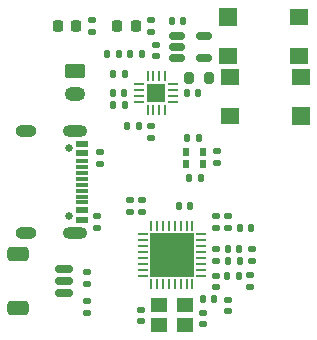
<source format=gts>
G04 #@! TF.GenerationSoftware,KiCad,Pcbnew,8.0.3*
G04 #@! TF.CreationDate,2024-06-06T22:58:07+02:00*
G04 #@! TF.ProjectId,ESP32-C3,45535033-322d-4433-932e-6b696361645f,rev?*
G04 #@! TF.SameCoordinates,Original*
G04 #@! TF.FileFunction,Soldermask,Top*
G04 #@! TF.FilePolarity,Negative*
%FSLAX46Y46*%
G04 Gerber Fmt 4.6, Leading zero omitted, Abs format (unit mm)*
G04 Created by KiCad (PCBNEW 8.0.3) date 2024-06-06 22:58:07*
%MOMM*%
%LPD*%
G01*
G04 APERTURE LIST*
G04 Aperture macros list*
%AMRoundRect*
0 Rectangle with rounded corners*
0 $1 Rounding radius*
0 $2 $3 $4 $5 $6 $7 $8 $9 X,Y pos of 4 corners*
0 Add a 4 corners polygon primitive as box body*
4,1,4,$2,$3,$4,$5,$6,$7,$8,$9,$2,$3,0*
0 Add four circle primitives for the rounded corners*
1,1,$1+$1,$2,$3*
1,1,$1+$1,$4,$5*
1,1,$1+$1,$6,$7*
1,1,$1+$1,$8,$9*
0 Add four rect primitives between the rounded corners*
20,1,$1+$1,$2,$3,$4,$5,0*
20,1,$1+$1,$4,$5,$6,$7,0*
20,1,$1+$1,$6,$7,$8,$9,0*
20,1,$1+$1,$8,$9,$2,$3,0*%
G04 Aperture macros list end*
%ADD10RoundRect,0.150000X-0.512500X-0.150000X0.512500X-0.150000X0.512500X0.150000X-0.512500X0.150000X0*%
%ADD11RoundRect,0.140000X-0.170000X0.140000X-0.170000X-0.140000X0.170000X-0.140000X0.170000X0.140000X0*%
%ADD12RoundRect,0.135000X-0.185000X0.135000X-0.185000X-0.135000X0.185000X-0.135000X0.185000X0.135000X0*%
%ADD13RoundRect,0.140000X-0.140000X-0.170000X0.140000X-0.170000X0.140000X0.170000X-0.140000X0.170000X0*%
%ADD14RoundRect,0.140000X0.140000X0.170000X-0.140000X0.170000X-0.140000X-0.170000X0.140000X-0.170000X0*%
%ADD15RoundRect,0.135000X0.135000X0.185000X-0.135000X0.185000X-0.135000X-0.185000X0.135000X-0.185000X0*%
%ADD16RoundRect,0.218750X-0.218750X-0.256250X0.218750X-0.256250X0.218750X0.256250X-0.218750X0.256250X0*%
%ADD17RoundRect,0.135000X0.185000X-0.135000X0.185000X0.135000X-0.185000X0.135000X-0.185000X-0.135000X0*%
%ADD18RoundRect,0.062500X-0.375000X-0.062500X0.375000X-0.062500X0.375000X0.062500X-0.375000X0.062500X0*%
%ADD19RoundRect,0.062500X-0.062500X-0.375000X0.062500X-0.375000X0.062500X0.375000X-0.062500X0.375000X0*%
%ADD20R,1.600000X1.600000*%
%ADD21RoundRect,0.140000X0.170000X-0.140000X0.170000X0.140000X-0.170000X0.140000X-0.170000X-0.140000X0*%
%ADD22RoundRect,0.135000X-0.135000X-0.185000X0.135000X-0.185000X0.135000X0.185000X-0.135000X0.185000X0*%
%ADD23R,0.600000X0.700000*%
%ADD24C,0.660000*%
%ADD25R,1.140000X0.600000*%
%ADD26R,1.140000X0.300000*%
%ADD27O,2.100000X1.000000*%
%ADD28O,1.800000X1.000000*%
%ADD29R,1.500000X1.500000*%
%ADD30R,1.600000X1.400000*%
%ADD31RoundRect,0.200000X-0.200000X-0.275000X0.200000X-0.275000X0.200000X0.275000X-0.200000X0.275000X0*%
%ADD32RoundRect,0.250000X-0.625000X0.350000X-0.625000X-0.350000X0.625000X-0.350000X0.625000X0.350000X0*%
%ADD33O,1.750000X1.200000*%
%ADD34RoundRect,0.062500X0.337500X0.062500X-0.337500X0.062500X-0.337500X-0.062500X0.337500X-0.062500X0*%
%ADD35RoundRect,0.062500X0.062500X0.337500X-0.062500X0.337500X-0.062500X-0.337500X0.062500X-0.337500X0*%
%ADD36R,3.700000X3.700000*%
%ADD37RoundRect,0.150000X-0.625000X0.150000X-0.625000X-0.150000X0.625000X-0.150000X0.625000X0.150000X0*%
%ADD38RoundRect,0.250000X-0.650000X0.350000X-0.650000X-0.350000X0.650000X-0.350000X0.650000X0.350000X0*%
%ADD39R,1.400000X1.200000*%
G04 APERTURE END LIST*
D10*
G04 #@! TO.C,U5*
X48062500Y13050000D03*
X48062500Y12100000D03*
X48062500Y11150000D03*
X50337500Y11150000D03*
X50337500Y13050000D03*
G04 #@! TD*
D11*
G04 #@! TO.C,C3*
X54200000Y-7220000D03*
X54200000Y-8180000D03*
G04 #@! TD*
D12*
G04 #@! TO.C,R3*
X41300000Y-2190000D03*
X41300000Y-3210000D03*
G04 #@! TD*
D13*
G04 #@! TO.C,C12*
X50215000Y-9250000D03*
X51175000Y-9250000D03*
G04 #@! TD*
D14*
G04 #@! TO.C,C5*
X49180000Y-1300000D03*
X48220000Y-1300000D03*
G04 #@! TD*
D15*
G04 #@! TO.C,R18*
X43110000Y11500000D03*
X42090000Y11500000D03*
G04 #@! TD*
D16*
G04 #@! TO.C,D5*
X42962500Y13900000D03*
X44537500Y13900000D03*
G04 #@! TD*
D14*
G04 #@! TO.C,C9*
X48580000Y14300000D03*
X47620000Y14300000D03*
G04 #@! TD*
D17*
G04 #@! TO.C,R16*
X45800000Y4440000D03*
X45800000Y5460000D03*
G04 #@! TD*
D18*
G04 #@! TO.C,U2*
X44862500Y8950000D03*
X44862500Y8450000D03*
X44862500Y7950000D03*
X44862500Y7450000D03*
D19*
X45550000Y6762500D03*
X46050000Y6762500D03*
X46550000Y6762500D03*
X47050000Y6762500D03*
D18*
X47737500Y7450000D03*
X47737500Y7950000D03*
X47737500Y8450000D03*
X47737500Y8950000D03*
D19*
X47050000Y9637500D03*
X46550000Y9637500D03*
X46050000Y9637500D03*
X45550000Y9637500D03*
D20*
X46300000Y8200000D03*
G04 #@! TD*
D17*
G04 #@! TO.C,R10*
X40812500Y13390000D03*
X40812500Y14410000D03*
G04 #@! TD*
D11*
G04 #@! TO.C,C4*
X54350000Y-5020000D03*
X54350000Y-5980000D03*
G04 #@! TD*
D15*
G04 #@! TO.C,R13*
X49910000Y4400000D03*
X48890000Y4400000D03*
G04 #@! TD*
D11*
G04 #@! TO.C,C16*
X50215000Y-10390000D03*
X50215000Y-11350000D03*
G04 #@! TD*
D21*
G04 #@! TO.C,C11*
X44100000Y-1830000D03*
X44100000Y-870000D03*
G04 #@! TD*
D22*
G04 #@! TO.C,R5*
X44090000Y11500000D03*
X45110000Y11500000D03*
G04 #@! TD*
D23*
G04 #@! TO.C,D1*
X50200000Y2200000D03*
X48800000Y2200000D03*
X50200000Y3200000D03*
X48800000Y3200000D03*
G04 #@! TD*
D11*
G04 #@! TO.C,C6*
X51300000Y-7270000D03*
X51300000Y-8230000D03*
G04 #@! TD*
D24*
G04 #@! TO.C,U1*
X38900000Y3600000D03*
X38900000Y-2180000D03*
D25*
X39970000Y3910000D03*
X39970000Y3110000D03*
D26*
X39970000Y1960000D03*
X39970000Y960000D03*
X39970000Y460000D03*
X39970000Y-540000D03*
D25*
X39970000Y-1690000D03*
X39970000Y-2490000D03*
X39970000Y-2490000D03*
X39970000Y-1690000D03*
D26*
X39970000Y-1040000D03*
X39970000Y-40000D03*
X39970000Y1460000D03*
X39970000Y2460000D03*
D25*
X39970000Y3110000D03*
X39970000Y3910000D03*
D27*
X39400000Y5030000D03*
D28*
X35220000Y5030000D03*
D27*
X39400000Y-3610000D03*
D28*
X35220000Y-3610000D03*
G04 #@! TD*
D17*
G04 #@! TO.C,R14*
X51400000Y2290000D03*
X51400000Y3310000D03*
G04 #@! TD*
G04 #@! TO.C,R9*
X45800000Y13390000D03*
X45800000Y14410000D03*
G04 #@! TD*
D15*
G04 #@! TO.C,R11*
X43610000Y9800000D03*
X42590000Y9800000D03*
G04 #@! TD*
D29*
G04 #@! TO.C,SW1*
X52400000Y14700000D03*
D30*
X58400000Y14700000D03*
X52400000Y11400000D03*
X58400000Y11400000D03*
G04 #@! TD*
D14*
G04 #@! TO.C,C1*
X54330000Y-3200000D03*
X53370000Y-3200000D03*
G04 #@! TD*
D13*
G04 #@! TO.C,C20*
X48900000Y8200000D03*
X49860000Y8200000D03*
G04 #@! TD*
D17*
G04 #@! TO.C,R1*
X52350000Y-3210000D03*
X52350000Y-2190000D03*
G04 #@! TD*
G04 #@! TO.C,R7*
X40400000Y-7910000D03*
X40400000Y-6890000D03*
G04 #@! TD*
D21*
G04 #@! TO.C,C15*
X52350000Y-10230000D03*
X52350000Y-9270000D03*
G04 #@! TD*
D15*
G04 #@! TO.C,L1*
X53310000Y-7250000D03*
X52290000Y-7250000D03*
G04 #@! TD*
D16*
G04 #@! TO.C,D4*
X37925000Y13900000D03*
X39500000Y13900000D03*
G04 #@! TD*
D17*
G04 #@! TO.C,R2*
X41550000Y2190000D03*
X41550000Y3210000D03*
G04 #@! TD*
D31*
G04 #@! TO.C,R15*
X49075000Y9500000D03*
X50725000Y9500000D03*
G04 #@! TD*
D12*
G04 #@! TO.C,R8*
X40400000Y-9390000D03*
X40400000Y-10410000D03*
G04 #@! TD*
D15*
G04 #@! TO.C,R17*
X44810000Y5400000D03*
X43790000Y5400000D03*
G04 #@! TD*
D29*
G04 #@! TO.C,SW2*
X58500000Y6300000D03*
D30*
X52500000Y6300000D03*
X58500000Y9600000D03*
X52500000Y9600000D03*
G04 #@! TD*
D14*
G04 #@! TO.C,C21*
X43590000Y8200000D03*
X42630000Y8200000D03*
G04 #@! TD*
D21*
G04 #@! TO.C,C14*
X45100000Y-1830000D03*
X45100000Y-870000D03*
G04 #@! TD*
D32*
G04 #@! TO.C,J2*
X39420000Y10100000D03*
D33*
X39420000Y8100000D03*
G04 #@! TD*
D22*
G04 #@! TO.C,R4*
X42580000Y7200000D03*
X43600000Y7200000D03*
G04 #@! TD*
D15*
G04 #@! TO.C,L2*
X53360000Y-6000000D03*
X52340000Y-6000000D03*
G04 #@! TD*
D11*
G04 #@! TO.C,C7*
X51350000Y-5020000D03*
X51350000Y-5980000D03*
G04 #@! TD*
D34*
G04 #@! TO.C,U3*
X50050000Y-7250000D03*
X50050000Y-6750000D03*
X50050000Y-6250000D03*
X50050000Y-5750000D03*
X50050000Y-5250000D03*
X50050000Y-4750000D03*
X50050000Y-4250000D03*
X50050000Y-3750000D03*
D35*
X49350000Y-3050000D03*
X48850000Y-3050000D03*
X48350000Y-3050000D03*
X47850000Y-3050000D03*
X47350000Y-3050000D03*
X46850000Y-3050000D03*
X46350000Y-3050000D03*
X45850000Y-3050000D03*
D34*
X45150000Y-3750000D03*
X45150000Y-4250000D03*
X45150000Y-4750000D03*
X45150000Y-5250000D03*
X45150000Y-5750000D03*
X45150000Y-6250000D03*
X45150000Y-6750000D03*
X45150000Y-7250000D03*
D35*
X45850000Y-7950000D03*
X46350000Y-7950000D03*
X46850000Y-7950000D03*
X47350000Y-7950000D03*
X47850000Y-7950000D03*
X48350000Y-7950000D03*
X48850000Y-7950000D03*
X49350000Y-7950000D03*
D36*
X47600000Y-5500000D03*
G04 #@! TD*
D13*
G04 #@! TO.C,C2*
X52370000Y-5000000D03*
X53330000Y-5000000D03*
G04 #@! TD*
D22*
G04 #@! TO.C,R12*
X49090000Y1000000D03*
X50110000Y1000000D03*
G04 #@! TD*
D17*
G04 #@! TO.C,R6*
X51300000Y-3210000D03*
X51300000Y-2190000D03*
G04 #@! TD*
D37*
G04 #@! TO.C,J1*
X38470000Y-6700000D03*
X38470000Y-7700000D03*
X38470000Y-8700000D03*
D38*
X34595000Y-5400000D03*
X34595000Y-10000000D03*
G04 #@! TD*
D21*
G04 #@! TO.C,C19*
X46300000Y11320000D03*
X46300000Y12280000D03*
G04 #@! TD*
D39*
G04 #@! TO.C,Y1*
X48700000Y-9700000D03*
X46500000Y-9700000D03*
X46500000Y-11400000D03*
X48700000Y-11400000D03*
G04 #@! TD*
D21*
G04 #@! TO.C,C17*
X44950000Y-11114999D03*
X44950000Y-10154999D03*
G04 #@! TD*
M02*

</source>
